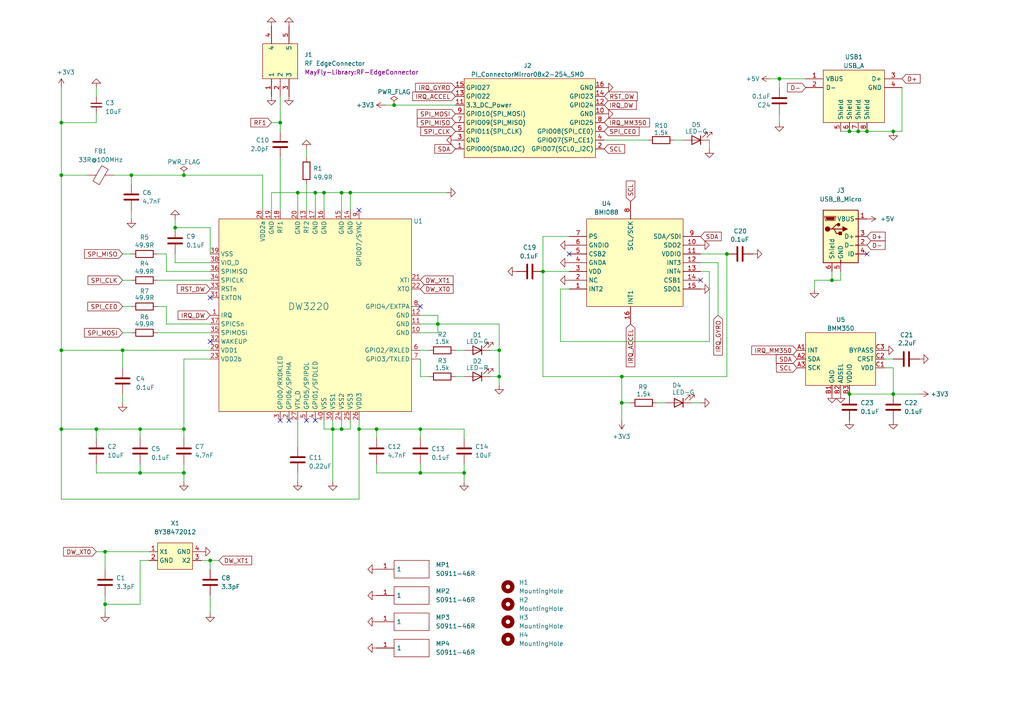
<source format=kicad_sch>
(kicad_sch (version 20230121) (generator eeschema)
  (paper "A4")
  (lib_symbols
    (symbol "Connector:USB_B_Micro" (pin_names (offset 1.016))
      (property "Reference" "J" (at -5.08 11.43 0))
      (property "Value" "USB_B_Micro" (at -5.08 8.89 0))
      (symbol "USB_B_Micro_1_1"
        (pin power_out line (at 7.62 5.08 180) (length 2.54) (name "VBUS") (number "1"))
        (pin bidirectional line (at 7.62 -2.54 180) (length 2.54) (name "D-") (number "2"))
        (pin bidirectional line (at 7.62 0 180) (length 2.54) (name "D+") (number "3"))
        (pin passive line (at 7.62 -5.08 180) (length 2.54) (name "ID") (number "4"))
        (pin power_out line (at 0 -10.16 90) (length 2.54) (name "GND") (number "5"))
        (pin passive line (at -2.54 -10.16 90) (length 2.54) (name "Shield") (number "6"))
      )
    )
    (symbol "Device:C" (pin_numbers hide) (pin_names (offset 0.254))
      (property "Reference" "C" (at 0.635 2.54 0))
      (property "Value" "C" (at 0.635 -2.54 0))
      (symbol "C_1_1"
        (pin passive line (at 0 3.81 270) (length 2.794) (name "~") (number "1"))
        (pin passive line (at 0 -3.81 90) (length 2.794) (name "~") (number "2"))
      )
    )
    (symbol "Device:C_Small" (pin_numbers hide) (pin_names (offset 0.254) hide)
      (property "Reference" "C" (at 0.254 1.778 0))
      (property "Value" "C_Small" (at 0.254 -2.032 0))
      (symbol "C_Small_1_1"
        (pin passive line (at 0 2.54 270) (length 2.032) (name "~") (number "1"))
        (pin passive line (at 0 -2.54 90) (length 2.032) (name "~") (number "2"))
      )
    )
    (symbol "Device:FerriteBead" (pin_numbers hide) (pin_names (offset 0))
      (property "Reference" "FB" (at -3.81 0.635 90))
      (property "Value" "FerriteBead" (at 3.81 0 90))
      (symbol "FerriteBead_1_1"
        (pin passive line (at 0 3.81 270) (length 2.54) (name "~") (number "1"))
        (pin passive line (at 0 -3.81 90) (length 2.54) (name "~") (number "2"))
      )
    )
    (symbol "Device:LED" (pin_numbers hide) (pin_names (offset 1.016) hide)
      (property "Reference" "D" (at 0 2.54 0))
      (property "Value" "LED" (at 0 -2.54 0))
      (symbol "LED_1_1"
        (pin passive line (at -3.81 0 0) (length 2.54) (name "K") (number "1"))
        (pin passive line (at 3.81 0 180) (length 2.54) (name "A") (number "2"))
      )
    )
    (symbol "Device:R" (pin_numbers hide) (pin_names (offset 0))
      (property "Reference" "R" (at 2.032 0 90))
      (property "Value" "R" (at 0 0 90))
      (symbol "R_1_1"
        (pin passive line (at 0 3.81 270) (length 1.27) (name "~") (number "1"))
        (pin passive line (at 0 -3.81 90) (length 1.27) (name "~") (number "2"))
      )
    )
    (symbol "MayFly-Library:629104190121" (pin_names (offset 0.762))
      (property "Reference" "J" (at -2.54 8.89 0))
      (property "Value" "629104190121" (at -7.62 6.35 0))
      (symbol "629104190121_0_0"
        (pin passive line (at -13.97 1.27 0) (length 5.08) (name "VBUS") (number "1"))
        (pin passive line (at -13.97 -1.27 0) (length 5.08) (name "D-") (number "2"))
        (pin passive line (at 13.97 1.27 180) (length 5.08) (name "D+") (number "3"))
        (pin passive line (at 13.97 -1.27 180) (length 5.08) (name "GND") (number "4"))
      )
      (symbol "629104190121_1_1"
        (pin passive line (at -3.81 -13.97 90) (length 2.54) (name "Shield") (number "5"))
        (pin passive line (at -1.27 -13.97 90) (length 2.54) (name "Shield") (number "6"))
        (pin passive line (at 1.27 -13.97 90) (length 2.54) (name "Shield") (number "7"))
        (pin passive line (at 3.81 -13.97 90) (length 2.54) (name "Shield") (number "8"))
      )
    )
    (symbol "MayFly-Library:8Y38472012"
      (property "Reference" "X" (at 0 7.62 0))
      (property "Value" "8Y38472012" (at 0 5.08 0))
      (symbol "8Y38472012_1_1"
        (pin input line (at -7.62 0 0) (length 2.54) (name "X1") (number "1"))
        (pin power_in line (at -7.62 -2.54 0) (length 2.54) (name "GND") (number "2"))
        (pin output line (at 7.62 -2.54 180) (length 2.54) (name "X2") (number "3"))
        (pin power_in line (at 7.62 0 180) (length 2.54) (name "GND") (number "4"))
      )
    )
    (symbol "MayFly-Library:BMI088"
      (property "Reference" "U" (at 0 10.16 0))
      (property "Value" "BMI088" (at 0 7.62 0))
      (symbol "BMI088_0_0"
        (pin passive line (at -7.62 -1.27 270) (length 5.08) (name "INT2") (number "1"))
        (pin passive line (at 5.08 -39.37 90) (length 5.08) (name "SDO2") (number "10"))
        (pin passive line (at 2.54 -39.37 90) (length 5.08) (name "VDDIO") (number "11"))
        (pin passive line (at 0 -39.37 90) (length 5.08) (name "INT3") (number "12"))
        (pin passive line (at -2.54 -39.37 90) (length 5.08) (name "INT4") (number "13"))
        (pin passive line (at -5.08 -39.37 90) (length 5.08) (name "CSB1") (number "14"))
        (pin passive line (at -7.62 -39.37 90) (length 5.08) (name "SDO1") (number "15"))
        (pin passive line (at -17.78 -19.05 0) (length 5.08) (name "INT1") (number "16"))
        (pin passive line (at -2.54 -1.27 270) (length 5.08) (name "VDD") (number "3"))
        (pin passive line (at 0 -1.27 270) (length 5.08) (name "GNDA") (number "4"))
        (pin passive line (at 2.54 -1.27 270) (length 5.08) (name "CSB2") (number "5"))
        (pin passive line (at 5.08 -1.27 270) (length 5.08) (name "GNDIO") (number "6"))
        (pin passive line (at 7.62 -1.27 270) (length 5.08) (name "PS") (number "7"))
        (pin passive line (at 17.78 -19.05 180) (length 5.08) (name "SCL/SCK") (number "8"))
        (pin passive line (at 7.62 -39.37 90) (length 5.08) (name "SDA/SDI") (number "9"))
      )
      (symbol "BMI088_1_0"
        (pin passive line (at -5.08 -1.27 270) (length 5.08) (name "NC") (number "2"))
      )
    )
    (symbol "MayFly-Library:BMM350"
      (property "Reference" "U" (at 0 10.16 0))
      (property "Value" "BMM350" (at 0 7.62 0))
      (symbol "BMM350_1_1"
        (pin output line (at -12.7 0 0) (length 2.54) (name "INT") (number "A1"))
        (pin bidirectional line (at -12.7 -2.54 0) (length 2.54) (name "SDA") (number "A2"))
        (pin bidirectional line (at -12.7 -5.08 0) (length 2.54) (name "SCK") (number "A3"))
        (pin passive line (at -2.54 -12.7 90) (length 2.54) (name "GND") (number "B1"))
        (pin input line (at 0 -12.7 90) (length 2.54) (name "ADSEL") (number "B2"))
        (pin power_in line (at 2.54 -12.7 90) (length 2.54) (name "VDDIO") (number "B3"))
        (pin power_in line (at 12.7 -5.08 180) (length 2.54) (name "VDD") (number "C1"))
        (pin passive line (at 12.7 -2.54 180) (length 2.54) (name "CRST") (number "C2"))
        (pin passive line (at 12.7 0 180) (length 2.54) (name "BYPASS") (number "C3"))
      )
    )
    (symbol "MayFly-Library:DW3220"
      (property "Reference" "U" (at 25.4 30.48 0))
      (property "Value" "DW3220" (at 0 0.635 0))
      (symbol "DW3220_1_1"
        (pin output line (at -30.48 -2.54 0) (length 2.54) (name "IRQ") (number "1"))
        (pin power_in line (at 30.48 -7.62 180) (length 2.54) (name "GND") (number "10"))
        (pin power_in line (at 30.48 -5.08 180) (length 2.54) (name "GND") (number "11"))
        (pin power_in line (at 30.48 -2.54 180) (length 2.54) (name "GND") (number "12"))
        (pin bidirectional line (at -2.54 27.94 270) (length 2.54) (name "RF2") (number "13"))
        (pin power_in line (at 10.16 27.94 270) (length 2.54) (name "GND") (number "14"))
        (pin power_in line (at 7.62 27.94 270) (length 2.54) (name "GND") (number "15"))
        (pin power_in line (at 2.54 27.94 270) (length 2.54) (name "GND") (number "16"))
        (pin power_in line (at 0 27.94 270) (length 2.54) (name "GND") (number "17"))
        (pin bidirectional line (at -10.16 27.94 270) (length 2.54) (name "RF1") (number "18"))
        (pin power_in line (at -12.7 27.94 270) (length 2.54) (name "GND") (number "19"))
        (pin input line (at -7.62 -33.02 90) (length 2.54) (name "GPIO6/SPIPHA") (number "2"))
        (pin power_in line (at -5.08 27.94 270) (length 2.54) (name "GND") (number "20"))
        (pin input line (at 30.48 7.62 180) (length 2.54) (name "XTI") (number "21"))
        (pin input line (at 30.48 5.08 180) (length 2.54) (name "XTO") (number "22"))
        (pin power_in line (at -30.48 -15.24 0) (length 2.54) (name "VDD2b") (number "23"))
        (pin power_in line (at 7.62 -33.02 90) (length 2.54) (name "VSS2") (number "24"))
        (pin power_in line (at 10.16 -33.02 90) (length 2.54) (name "VSS3") (number "25"))
        (pin power_in line (at 12.7 -33.02 90) (length 2.54) (name "VDD3") (number "26"))
        (pin bidirectional line (at -5.08 -33.02 90) (length 2.54) (name "VTX_D") (number "27"))
        (pin power_in line (at -15.24 27.94 270) (length 2.54) (name "VDD2a") (number "28"))
        (pin power_in line (at -30.48 -12.7 0) (length 2.54) (name "VDD1") (number "29"))
        (pin input line (at -10.16 -33.02 90) (length 2.54) (name "GPIO0/RXOKLED") (number "3"))
        (pin power_in line (at 5.08 -33.02 90) (length 2.54) (name "VSS1") (number "30"))
        (pin output line (at -30.48 2.54 0) (length 2.54) (name "EXTON") (number "31"))
        (pin input line (at -30.48 -10.16 0) (length 2.54) (name "WAKEUP") (number "32"))
        (pin output line (at -30.48 5.08 0) (length 2.54) (name "RSTn") (number "33"))
        (pin input line (at -30.48 7.62 0) (length 2.54) (name "SPICLK") (number "34"))
        (pin input line (at -30.48 -7.62 0) (length 2.54) (name "SPIMOSI") (number "35"))
        (pin input line (at -30.48 10.16 0) (length 2.54) (name "SPIMISO") (number "36"))
        (pin input line (at -30.48 -5.08 0) (length 2.54) (name "SPICSn") (number "37"))
        (pin bidirectional line (at -30.48 12.7 0) (length 2.54) (name "VIO_D") (number "38"))
        (pin power_in line (at -30.48 15.24 0) (length 2.54) (name "VSS") (number "39"))
        (pin input line (at 0 -33.02 90) (length 2.54) (name "GPIO1/SFDLED") (number "4"))
        (pin power_in line (at 2.54 -33.02 90) (length 2.54) (name "VSS") (number "40"))
        (pin input line (at -2.54 -33.02 90) (length 2.54) (name "GPIO5/SPIPOL") (number "5"))
        (pin input line (at 30.48 -12.7 180) (length 2.54) (name "GPIO2/RXLED") (number "6"))
        (pin input line (at 30.48 -15.24 180) (length 2.54) (name "GPIO3/TXLED") (number "7"))
        (pin input line (at 30.48 0 180) (length 2.54) (name "GPIO4/EXTPA") (number "8"))
        (pin input line (at 12.7 27.94 270) (length 2.54) (name "GPIO07/SYNC") (number "9"))
      )
    )
    (symbol "MayFly-Library:PI_ConnectorMirror08x2-254_SMD"
      (property "Reference" "J" (at 0 3.81 0))
      (property "Value" "PI_ConnectorMirror08x2-254_SMD" (at 0 1.27 0))
      (symbol "PI_ConnectorMirror08x2-254_SMD_1_1"
        (pin bidirectional line (at -20.32 -20.32 0) (length 2.54) (name "GPIO00(SDA0,I2C)") (number "1"))
        (pin power_in line (at 22.86 -10.16 180) (length 2.54) (name "GND") (number "10"))
        (pin power_in line (at -20.32 -7.62 0) (length 2.54) (name "3.3_DC_Power") (number "11"))
        (pin bidirectional line (at 22.86 -7.62 180) (length 2.54) (name "GPIO24") (number "12"))
        (pin bidirectional line (at -20.32 -5.08 0) (length 2.54) (name "GPIO22") (number "13"))
        (pin bidirectional line (at 22.86 -5.08 180) (length 2.54) (name "GPIO23") (number "14"))
        (pin bidirectional line (at -20.32 -2.54 0) (length 2.54) (name "GPIO27") (number "15"))
        (pin power_in line (at 22.86 -2.54 180) (length 2.54) (name "GND") (number "16"))
        (pin input line (at 22.86 -20.32 180) (length 2.54) (name "GPIO07(SCL0,_I2C)") (number "2"))
        (pin power_in line (at -20.32 -17.78 0) (length 2.54) (name "GND") (number "3"))
        (pin input line (at 22.86 -17.78 180) (length 2.54) (name "GPIO07(SPI_CE1)") (number "4"))
        (pin bidirectional line (at -20.32 -15.24 0) (length 2.54) (name "GPIO11(SPI_CLK)") (number "5"))
        (pin input line (at 22.86 -15.24 180) (length 2.54) (name "GPIO08(SPI_CE0)") (number "6"))
        (pin bidirectional line (at -20.32 -12.7 0) (length 2.54) (name "GPIO09(SPI_MISO)") (number "7"))
        (pin bidirectional line (at 22.86 -12.7 180) (length 2.54) (name "GPIO25") (number "8"))
        (pin bidirectional line (at -20.32 -10.16 0) (length 2.54) (name "GPIO10(SPI_MOSI)") (number "9"))
      )
    )
    (symbol "MayFly-Library:RF-EdgeConnector"
      (property "Reference" "J" (at 0 10.16 0))
      (property "Value" "RF EdgeConnector" (at 0 7.62 0))
      (property "Footprint" "MayFly-Library:RF-EdgeConnector" (at 1.27 -7.62 0))
      (symbol "RF-EdgeConnector_0_0"
        (pin passive line (at -10.16 2.54 0) (length 5.08) (name "1") (number "1"))
        (pin passive line (at -10.16 0 0) (length 5.08) (name "2") (number "2"))
        (pin passive line (at -10.16 -2.54 0) (length 5.08) (name "3") (number "3"))
      )
      (symbol "RF-EdgeConnector_1_0"
        (pin passive line (at 10.16 2.54 180) (length 5.08) (name "4") (number "4"))
        (pin passive line (at 10.16 -2.54 180) (length 5.08) (name "5") (number "5"))
      )
    )
    (symbol "Mechanical:MountingHole" (pin_names (offset 1.016))
      (property "Reference" "H" (at 0 5.08 0))
      (property "Value" "MountingHole" (at 0 3.175 0))
    )
    (symbol "SamacSys_Parts:S0911-46R" (pin_names (offset 0.762))
      (property "Reference" "MP" (at 16.51 7.62 0))
      (property "Value" "S0911-46R" (at 16.51 5.08 0))
      (symbol "S0911-46R_0_0"
        (pin passive line (at 0 0 0) (length 5.08) (name "1") (number "1"))
      )
    )
    (symbol "power:+3V3" (power) (pin_names (offset 0))
      (property "Value" "+3V3" (at 0 3.556 0))
      (symbol "+3V3_1_1"
        (pin power_in line (at 0 0 90) (length 0) hide (name "+3V3") (number "1"))
      )
    )
    (symbol "power:+5V" (power) (pin_names (offset 0))
      (property "Value" "+5V" (at 0 3.556 0))
      (symbol "+5V_1_1"
        (pin power_in line (at 0 0 90) (length 0) hide (name "+5V") (number "1"))
      )
    )
    (symbol "power:GND" (power) (pin_names (offset 0))
      (property "Value" "GND" (at 0 -3.81 0))
      (symbol "GND_1_1"
        (pin power_in line (at 0 0 270) (length 0) hide (name "GND") (number "1"))
      )
    )
    (symbol "power:PWR_FLAG" (power) (pin_numbers hide) (pin_names (offset 0) hide)
      (property "Value" "PWR_FLAG" (at 0 3.81 0))
      (symbol "PWR_FLAG_0_0"
        (pin power_out line (at 0 0 90) (length 0) (name "pwr") (number "1"))
      )
    )
  )
  (junction (at 91.44 55.88))
  (junction (at 246.38 114.3))
  (junction (at 114.3 30.48))
  (junction (at 53.34 50.8))
  (junction (at 248.92 38.1))
  (junction (at 157.48 78.74))
  (junction (at 226.06 22.86))
  (junction (at 17.78 50.8))
  (junction (at 259.08 38.1))
  (junction (at 180.34 109.22))
  (junction (at 40.64 124.46))
  (junction (at 53.34 137.16))
  (junction (at 144.78 101.6))
  (junction (at 101.6 55.88))
  (junction (at 17.78 35.56))
  (junction (at 30.48 175.26))
  (junction (at 180.34 116.84))
  (junction (at 241.3 81.28))
  (junction (at 17.78 101.6))
  (junction (at 38.1 50.8))
  (junction (at 60.96 162.56))
  (junction (at 53.34 124.46))
  (junction (at 109.22 124.46))
  (junction (at 17.78 124.46))
  (junction (at 50.8 66.04))
  (junction (at 127 93.98))
  (junction (at 121.92 124.46))
  (junction (at 30.48 160.02))
  (junction (at 259.08 114.3))
  (junction (at 210.82 73.66))
  (junction (at 104.14 124.46))
  (junction (at 121.92 137.16))
  (junction (at 96.52 124.46))
  (junction (at 134.62 137.16))
  (junction (at 144.78 109.22))
  (junction (at 251.46 38.1))
  (junction (at 246.38 38.1))
  (junction (at 81.28 35.56))
  (junction (at 93.98 55.88))
  (junction (at 40.64 137.16))
  (junction (at 27.94 124.46))
  (junction (at 99.06 124.46))
  (junction (at 99.06 55.88))
  (junction (at 35.56 101.6))
  (junction (at 86.36 55.88))
  (no_connect (at 203.2 81.28))
  (no_connect (at 88.9 121.92))
  (no_connect (at 165.1 73.66))
  (no_connect (at 251.46 73.66))
  (no_connect (at 91.44 121.92))
  (no_connect (at 121.92 88.9))
  (no_connect (at 60.96 99.06))
  (no_connect (at 83.82 121.92))
  (no_connect (at 104.14 60.96))
  (no_connect (at 60.96 86.36))
  (no_connect (at 81.28 121.92))
  (wire (pts (xy 259.08 38.1) (xy 261.62 38.1)))
  (wire (pts (xy 60.96 76.2) (xy 50.8 76.2)))
  (wire (pts (xy 180.34 109.22) (xy 210.82 109.22)))
  (wire (pts (xy 256.54 106.68) (xy 259.08 106.68)))
  (wire (pts (xy 134.62 134.62) (xy 134.62 137.16)))
  (wire (pts (xy 53.34 124.46) (xy 53.34 127)))
  (wire (pts (xy 33.02 50.8) (xy 38.1 50.8)))
  (wire (pts (xy 93.98 124.46) (xy 96.52 124.46)))
  (wire (pts (xy 180.34 116.84) (xy 180.34 121.92)))
  (wire (pts (xy 180.34 109.22) (xy 180.34 116.84)))
  (wire (pts (xy 30.48 165.1) (xy 30.48 160.02)))
  (wire (pts (xy 60.96 73.66) (xy 60.96 66.04)))
  (wire (pts (xy 205.74 78.74) (xy 205.74 99.06)))
  (wire (pts (xy 50.8 73.66) (xy 50.8 76.2)))
  (wire (pts (xy 27.94 33.02) (xy 27.94 35.56)))
  (wire (pts (xy 162.56 99.06) (xy 162.56 83.82)))
  (wire (pts (xy 17.78 35.56) (xy 27.94 35.56)))
  (wire (pts (xy 162.56 83.82) (xy 165.1 83.82)))
  (wire (pts (xy 96.52 121.92) (xy 96.52 124.46)))
  (wire (pts (xy 157.48 68.58) (xy 165.1 68.58)))
  (wire (pts (xy 195.58 40.64) (xy 198.12 40.64)))
  (wire (pts (xy 203.2 76.2) (xy 208.28 76.2)))
  (wire (pts (xy 30.48 160.02) (xy 27.94 160.02)))
  (wire (pts (xy 38.1 50.8) (xy 53.34 50.8)))
  (wire (pts (xy 104.14 124.46) (xy 104.14 144.78)))
  (wire (pts (xy 91.44 55.88) (xy 91.44 60.96)))
  (wire (pts (xy 243.84 78.74) (xy 243.84 81.28)))
  (wire (pts (xy 86.36 55.88) (xy 91.44 55.88)))
  (wire (pts (xy 101.6 55.88) (xy 129.54 55.88)))
  (wire (pts (xy 27.94 124.46) (xy 27.94 127)))
  (wire (pts (xy 99.06 55.88) (xy 99.06 60.96)))
  (wire (pts (xy 93.98 55.88) (xy 93.98 60.96)))
  (wire (pts (xy 60.96 81.28) (xy 45.72 81.28)))
  (wire (pts (xy 205.74 99.06) (xy 162.56 99.06)))
  (wire (pts (xy 76.2 60.96) (xy 76.2 50.8)))
  (wire (pts (xy 96.52 124.46) (xy 96.52 139.7)))
  (wire (pts (xy 248.92 38.1) (xy 251.46 38.1)))
  (wire (pts (xy 259.08 114.3) (xy 266.7 114.3)))
  (wire (pts (xy 17.78 124.46) (xy 27.94 124.46)))
  (wire (pts (xy 256.54 104.14) (xy 259.08 104.14)))
  (wire (pts (xy 175.26 40.64) (xy 187.96 40.64)))
  (wire (pts (xy 157.48 78.74) (xy 165.1 78.74)))
  (wire (pts (xy 114.3 30.48) (xy 132.08 30.48)))
  (wire (pts (xy 101.6 55.88) (xy 101.6 60.96)))
  (wire (pts (xy 236.22 81.28) (xy 236.22 83.82)))
  (wire (pts (xy 58.42 162.56) (xy 60.96 162.56)))
  (wire (pts (xy 157.48 109.22) (xy 180.34 109.22)))
  (wire (pts (xy 127 91.44) (xy 127 93.98)))
  (wire (pts (xy 121.92 137.16) (xy 134.62 137.16)))
  (wire (pts (xy 99.06 55.88) (xy 101.6 55.88)))
  (wire (pts (xy 121.92 104.14) (xy 121.92 109.22)))
  (wire (pts (xy 60.96 172.72) (xy 60.96 177.8)))
  (wire (pts (xy 81.28 35.56) (xy 81.28 38.1)))
  (wire (pts (xy 27.94 134.62) (xy 27.94 137.16)))
  (wire (pts (xy 121.92 96.52) (xy 127 96.52)))
  (wire (pts (xy 35.56 114.3) (xy 35.56 116.84)))
  (wire (pts (xy 226.06 33.02) (xy 226.06 35.56)))
  (wire (pts (xy 134.62 124.46) (xy 134.62 127)))
  (wire (pts (xy 45.72 88.9) (xy 48.26 88.9)))
  (wire (pts (xy 246.38 114.3) (xy 259.08 114.3)))
  (wire (pts (xy 40.64 124.46) (xy 53.34 124.46)))
  (wire (pts (xy 180.34 116.84) (xy 182.88 116.84)))
  (wire (pts (xy 53.34 139.7) (xy 53.34 137.16)))
  (wire (pts (xy 78.74 55.88) (xy 86.36 55.88)))
  (wire (pts (xy 53.34 104.14) (xy 53.34 124.46)))
  (wire (pts (xy 226.06 22.86) (xy 233.68 22.86)))
  (wire (pts (xy 121.92 109.22) (xy 124.46 109.22)))
  (wire (pts (xy 53.34 104.14) (xy 60.96 104.14)))
  (wire (pts (xy 93.98 55.88) (xy 99.06 55.88)))
  (wire (pts (xy 30.48 160.02) (xy 43.18 160.02)))
  (wire (pts (xy 27.94 137.16) (xy 40.64 137.16)))
  (wire (pts (xy 101.6 124.46) (xy 101.6 121.92)))
  (wire (pts (xy 40.64 137.16) (xy 53.34 137.16)))
  (wire (pts (xy 99.06 124.46) (xy 101.6 124.46)))
  (wire (pts (xy 86.36 137.16) (xy 86.36 139.7)))
  (wire (pts (xy 48.26 93.98) (xy 48.26 88.9)))
  (wire (pts (xy 38.1 60.96) (xy 38.1 63.5)))
  (wire (pts (xy 99.06 121.92) (xy 99.06 124.46)))
  (wire (pts (xy 142.24 101.6) (xy 144.78 101.6)))
  (wire (pts (xy 203.2 73.66) (xy 210.82 73.66)))
  (wire (pts (xy 17.78 50.8) (xy 25.4 50.8)))
  (wire (pts (xy 111.76 30.48) (xy 114.3 30.48)))
  (wire (pts (xy 27.94 124.46) (xy 40.64 124.46)))
  (wire (pts (xy 93.98 121.92) (xy 93.98 124.46)))
  (wire (pts (xy 142.24 109.22) (xy 144.78 109.22)))
  (wire (pts (xy 17.78 50.8) (xy 17.78 101.6)))
  (wire (pts (xy 210.82 73.66) (xy 210.82 109.22)))
  (wire (pts (xy 121.92 124.46) (xy 121.92 127)))
  (wire (pts (xy 144.78 109.22) (xy 144.78 111.76)))
  (wire (pts (xy 35.56 73.66) (xy 38.1 73.66)))
  (wire (pts (xy 81.28 27.94) (xy 81.28 35.56)))
  (wire (pts (xy 121.92 124.46) (xy 134.62 124.46)))
  (wire (pts (xy 109.22 124.46) (xy 109.22 127)))
  (wire (pts (xy 88.9 43.18) (xy 88.9 45.72)))
  (wire (pts (xy 60.96 162.56) (xy 60.96 165.1)))
  (wire (pts (xy 109.22 134.62) (xy 109.22 137.16)))
  (wire (pts (xy 203.2 78.74) (xy 205.74 78.74)))
  (wire (pts (xy 109.22 137.16) (xy 121.92 137.16)))
  (wire (pts (xy 81.28 45.72) (xy 81.28 60.96)))
  (wire (pts (xy 60.96 93.98) (xy 48.26 93.98)))
  (wire (pts (xy 40.64 134.62) (xy 40.64 137.16)))
  (wire (pts (xy 261.62 25.4) (xy 261.62 38.1)))
  (wire (pts (xy 45.72 73.66) (xy 48.26 73.66)))
  (wire (pts (xy 104.14 124.46) (xy 109.22 124.46)))
  (wire (pts (xy 127 93.98) (xy 127 96.52)))
  (wire (pts (xy 200.66 116.84) (xy 203.2 116.84)))
  (wire (pts (xy 50.8 63.5) (xy 50.8 66.04)))
  (wire (pts (xy 121.92 101.6) (xy 124.46 101.6)))
  (wire (pts (xy 45.72 96.52) (xy 60.96 96.52)))
  (wire (pts (xy 86.36 55.88) (xy 86.36 60.96)))
  (wire (pts (xy 30.48 175.26) (xy 40.64 175.26)))
  (wire (pts (xy 109.22 124.46) (xy 121.92 124.46)))
  (wire (pts (xy 40.64 124.46) (xy 40.64 127)))
  (wire (pts (xy 35.56 101.6) (xy 60.96 101.6)))
  (wire (pts (xy 40.64 175.26) (xy 40.64 162.56)))
  (wire (pts (xy 35.56 81.28) (xy 38.1 81.28)))
  (wire (pts (xy 17.78 101.6) (xy 17.78 124.46)))
  (wire (pts (xy 30.48 175.26) (xy 30.48 177.8)))
  (wire (pts (xy 78.74 35.56) (xy 81.28 35.56)))
  (wire (pts (xy 86.36 121.92) (xy 86.36 129.54)))
  (wire (pts (xy 30.48 172.72) (xy 30.48 175.26)))
  (wire (pts (xy 121.92 134.62) (xy 121.92 137.16)))
  (wire (pts (xy 48.26 78.74) (xy 60.96 78.74)))
  (wire (pts (xy 157.48 68.58) (xy 157.48 78.74)))
  (wire (pts (xy 132.08 109.22) (xy 134.62 109.22)))
  (wire (pts (xy 17.78 25.4) (xy 17.78 35.56)))
  (wire (pts (xy 91.44 55.88) (xy 93.98 55.88)))
  (wire (pts (xy 241.3 81.28) (xy 236.22 81.28)))
  (wire (pts (xy 243.84 81.28) (xy 241.3 81.28)))
  (wire (pts (xy 78.74 60.96) (xy 78.74 55.88)))
  (wire (pts (xy 144.78 109.22) (xy 144.78 101.6)))
  (wire (pts (xy 157.48 78.74) (xy 157.48 109.22)))
  (wire (pts (xy 48.26 78.74) (xy 48.26 73.66)))
  (wire (pts (xy 96.52 124.46) (xy 99.06 124.46)))
  (wire (pts (xy 121.92 91.44) (xy 127 91.44)))
  (wire (pts (xy 259.08 106.68) (xy 259.08 114.3)))
  (wire (pts (xy 208.28 91.44) (xy 208.28 76.2)))
  (wire (pts (xy 243.84 38.1) (xy 246.38 38.1)))
  (wire (pts (xy 17.78 35.56) (xy 17.78 50.8)))
  (wire (pts (xy 134.62 137.16) (xy 134.62 139.7)))
  (wire (pts (xy 35.56 88.9) (xy 38.1 88.9)))
  (wire (pts (xy 40.64 162.56) (xy 43.18 162.56)))
  (wire (pts (xy 35.56 101.6) (xy 35.56 106.68)))
  (wire (pts (xy 205.74 40.64) (xy 205.74 43.18)))
  (wire (pts (xy 226.06 22.86) (xy 226.06 25.4)))
  (wire (pts (xy 38.1 50.8) (xy 38.1 53.34)))
  (wire (pts (xy 17.78 101.6) (xy 35.56 101.6)))
  (wire (pts (xy 190.5 116.84) (xy 193.04 116.84)))
  (wire (pts (xy 60.96 66.04) (xy 50.8 66.04)))
  (wire (pts (xy 144.78 101.6) (xy 144.78 93.98)))
  (wire (pts (xy 88.9 53.34) (xy 88.9 60.96)))
  (wire (pts (xy 127 93.98) (xy 144.78 93.98)))
  (wire (pts (xy 121.92 93.98) (xy 127 93.98)))
  (wire (pts (xy 104.14 121.92) (xy 104.14 124.46)))
  (wire (pts (xy 246.38 38.1) (xy 248.92 38.1)))
  (wire (pts (xy 60.96 162.56) (xy 63.5 162.56)))
  (wire (pts (xy 251.46 38.1) (xy 259.08 38.1)))
  (wire (pts (xy 104.14 144.78) (xy 17.78 144.78)))
  (wire (pts (xy 53.34 50.8) (xy 76.2 50.8)))
  (wire (pts (xy 53.34 137.16) (xy 53.34 134.62)))
  (wire (pts (xy 27.94 25.4) (xy 27.94 27.94)))
  (wire (pts (xy 35.56 96.52) (xy 38.1 96.52)))
  (wire (pts (xy 223.52 22.86) (xy 226.06 22.86)))
  (wire (pts (xy 132.08 101.6) (xy 134.62 101.6)))
  (wire (pts (xy 17.78 144.78) (xy 17.78 124.46)))
  (wire (pts (xy 241.3 78.74) (xy 241.3 81.28)))
  (global_label "RST_DW" (shape input) (at 60.96 83.82 180) (property "Intersheetrefs" "${INTERSHEET_REFS}" (effects hide)))
  (global_label "D+" (shape input) (at 261.62 22.86 0) (property "Intersheetrefs" "${INTERSHEET_REFS}" (effects hide)))
  (global_label "DW_XT0" (shape input) (at 27.94 160.02 180) (property "Intersheetrefs" "${INTERSHEET_REFS}" (effects hide)))
  (global_label "SPI_MISO" (shape input) (at 132.08 35.56 180) (property "Intersheetrefs" "${INTERSHEET_REFS}" (effects hide)))
  (global_label "SCL" (shape input) (at 231.14 106.68 180) (property "Intersheetrefs" "${INTERSHEET_REFS}" (effects hide)))
  (global_label "SCL" (shape input) (at 175.26 43.18 0) (property "Intersheetrefs" "${INTERSHEET_REFS}" (effects hide)))
  (global_label "SPI_CE0" (shape input) (at 175.26 38.1 0) (property "Intersheetrefs" "${INTERSHEET_REFS}" (effects hide)))
  (global_label "SPI_MOSI" (shape input) (at 132.08 33.02 180) (property "Intersheetrefs" "${INTERSHEET_REFS}" (effects hide)))
  (global_label "DW_XT1" (shape input) (at 63.5 162.56 0) (property "Intersheetrefs" "${INTERSHEET_REFS}" (effects hide)))
  (global_label "IRQ_MM350" (shape input) (at 175.26 35.56 0) (property "Intersheetrefs" "${INTERSHEET_REFS}" (effects hide)))
  (global_label "D+" (shape input) (at 251.46 68.58 0) (property "Intersheetrefs" "${INTERSHEET_REFS}" (effects hide)))
  (global_label "IRQ_MM350" (shape input) (at 231.14 101.6 180) (property "Intersheetrefs" "${INTERSHEET_REFS}" (effects hide)))
  (global_label "RST_DW" (shape input) (at 175.26 27.94 0) (property "Intersheetrefs" "${INTERSHEET_REFS}" (effects hide)))
  (global_label "IRQ_GYRO" (shape input) (at 132.08 25.4 180) (property "Intersheetrefs" "${INTERSHEET_REFS}" (effects hide)))
  (global_label "IRQ_ACCEL" (shape input) (at 182.88 93.98 270) (property "Intersheetrefs" "${INTERSHEET_REFS}" (effects hide)))
  (global_label "SDA" (shape input) (at 203.2 68.58 0) (property "Intersheetrefs" "${INTERSHEET_REFS}" (effects hide)))
  (global_label "SDA" (shape input) (at 231.14 104.14 180) (property "Intersheetrefs" "${INTERSHEET_REFS}" (effects hide)))
  (global_label "D-" (shape input) (at 251.46 71.12 0) (property "Intersheetrefs" "${INTERSHEET_REFS}" (effects hide)))
  (global_label "SPI_CE0" (shape input) (at 35.56 88.9 180) (property "Intersheetrefs" "${INTERSHEET_REFS}" (effects hide)))
  (global_label "IRQ_DW" (shape input) (at 175.26 30.48 0) (property "Intersheetrefs" "${INTERSHEET_REFS}" (effects hide)))
  (global_label "D-" (shape input) (at 233.68 25.4 180) (property "Intersheetrefs" "${INTERSHEET_REFS}" (effects hide)))
  (global_label "IRQ_DW" (shape input) (at 60.96 91.44 180) (property "Intersheetrefs" "${INTERSHEET_REFS}" (effects hide)))
  (global_label "SPI_MISO" (shape input) (at 35.56 73.66 180) (property "Intersheetrefs" "${INTERSHEET_REFS}" (effects hide)))
  (global_label "SPI_CLK" (shape input) (at 35.56 81.28 180) (property "Intersheetrefs" "${INTERSHEET_REFS}" (effects hide)))
  (global_label "SDA" (shape input) (at 132.08 43.18 180) (property "Intersheetrefs" "${INTERSHEET_REFS}" (effects hide)))
  (global_label "DW_XT0" (shape input) (at 121.92 83.82 0) (property "Intersheetrefs" "${INTERSHEET_REFS}" (effects hide)))
  (global_label "IRQ_GYRO" (shape input) (at 208.28 91.44 270) (property "Intersheetrefs" "${INTERSHEET_REFS}" (effects hide)))
  (global_label "IRQ_ACCEL" (shape input) (at 132.08 27.94 180) (property "Intersheetrefs" "${INTERSHEET_REFS}" (effects hide)))
  (global_label "SPI_MOSI" (shape input) (at 35.56 96.52 180) (property "Intersheetrefs" "${INTERSHEET_REFS}" (effects hide)))
  (global_label "RF1" (shape input) (at 78.74 35.56 180) (property "Intersheetrefs" "${INTERSHEET_REFS}" (effects hide)))
  (global_label "SCL" (shape input) (at 182.88 58.42 90) (property "Intersheetrefs" "${INTERSHEET_REFS}" (effects hide)))
  (global_label "SPI_CLK" (shape input) (at 132.08 38.1 180) (property "Intersheetrefs" "${INTERSHEET_REFS}" (effects hide)))
  (global_label "DW_XT1" (shape input) (at 121.92 81.28 0) (property "Intersheetrefs" "${INTERSHEET_REFS}" (effects hide)))
  (symbol (lib_id "Device:C_Small") (at 27.94 30.48 0) (unit 1)
    (property "Reference" "C3" (at 30.48 29.8513 0) (effects (justify left)))
    (property "Value" "10uF" (at 30.48 32.3913 0) (effects (justify left)))
    (property "Footprint" "Capacitor_SMD:C_0603_1608Metric" (effects hide))
    (property "Mouser" "81-GRM188R60J106ME47" (effects hide))
    (property "LCSC" "C77041" (effects hide))
  )
  (symbol (lib_id "power:PWR_FLAG") (at 53.34 50.8 0) (unit 1)
    (property "Reference" "#FLG01" (effects hide))
    (property "Value" "PWR_FLAG" (at 53.34 46.99 0))
  )
  (symbol (lib_id "power:PWR_FLAG") (at 114.3 30.48 0) (unit 1)
    (property "Reference" "#FLG03" (effects hide))
    (property "Value" "PWR_FLAG" (at 114.3 26.67 0))
  )
  (symbol (lib_id "power:GND") (at 96.52 139.7 0) (unit 1)
    (property "Reference" "#PWR017" (effects hide))
    (property "Value" "GND" (effects hide))
  )
  (symbol (lib_id "MayFly-Library:RF-EdgeConnector") (at 81.28 17.78 90) (unit 1)
    (property "Reference" "J1" (at 88.265 15.875 90) (effects (justify right)))
    (property "Value" "RF EdgeConnector" (at 88.265 18.415 90) (effects (justify right)))
    (property "Footprint" "MayFly-Library:RF-EdgeConnector" (at 88.265 20.955 90) (effects (justify right)))
  )
  (symbol (lib_id "power:GND") (at 226.06 35.56 0) (unit 1)
    (property "Reference" "#PWR057" (effects hide))
    (property "Value" "GND" (effects hide))
  )
  (symbol (lib_id "power:+5V") (at 223.52 22.86 90) (unit 1)
    (property "Reference" "#PWR058" (effects hide))
    (property "Value" "+5V" (at 220.345 22.86 90) (effects (justify left)))
  )
  (symbol (lib_id "power:+3V3") (at 17.78 25.4 0) (unit 1)
    (property "Reference" "#PWR06" (effects hide))
    (property "Value" "+3V3" (at 19.05 20.955 0))
  )
  (symbol (lib_id "Device:R") (at 128.27 101.6 90) (unit 1)
    (property "Reference" "R2" (at 128.27 97.028 90))
    (property "Value" "1.5k" (at 128.27 99.06 90))
    (property "Footprint" "Resistor_SMD:R_0402_1005Metric" (effects hide))
    (property "Datasheet" "https://www.mouser.dk/datasheet/2/315/AOA0000C304-1149620.pdf" (effects hide))
    (property "Mouser" "667-ERJ-2RKF1501X" (effects hide))
    (property "LCSC" "C413084" (effects hide))
  )
  (symbol (lib_id "Device:C") (at 81.28 41.91 0) (mirror y) (unit 1)
    (property "Reference" "C10" (at 78.105 40.6399 0) (effects (justify left)))
    (property "Value" "2.0pF" (at 78.105 43.1799 0) (effects (justify left)))
    (property "Footprint" "Capacitor_SMD:C_0402_1005Metric" (effects hide))
    (property "Datasheet" "https://www.mouser.dk/datasheet/2/281/1/GRM0335C2A2R0CA01_01A-1981250.pdf" (effects hide))
    (property "Mouser" "81-GJM1555C1H2R0WB1D" (effects hide))
    (property "LCSC" "C88885" (effects hide))
  )
  (symbol (lib_id "Device:R") (at 41.91 81.28 270) (unit 1)
    (property "Reference" "R4" (at 41.91 76.454 90))
    (property "Value" "49.9R" (at 41.91 78.74 90))
    (property "Footprint" "Resistor_SMD:R_0402_1005Metric" (effects hide))
    (property "Mouser" "667-ERJ-2RKF49R9X" (effects hide))
    (property "LCSC" "C441726" (effects hide))
  )
  (symbol (lib_id "Device:R") (at 191.77 40.64 90) (unit 1)
    (property "Reference" "R10" (at 191.77 36.449 90))
    (property "Value" "1.5k" (at 191.77 38.481 90))
    (property "Footprint" "Resistor_SMD:R_0402_1005Metric" (effects hide))
    (property "Datasheet" "https://www.mouser.dk/datasheet/2/315/AOA0000C304-1149620.pdf" (effects hide))
    (property "Mouser" "667-ERJ-2RKF1501X" (effects hide))
    (property "LCSC" "C413084" (effects hide))
  )
  (symbol (lib_id "Mechanical:MountingHole") (at 147.32 170.18 0) (unit 1)
    (property "Reference" "H1" (at 150.495 168.9099 0) (effects (justify left)))
    (property "Value" "MountingHole" (at 150.495 171.4499 0) (effects (justify left)))
    (property "Footprint" "MayFly-Library:MountingHole_2.5mm" (effects hide))
  )
  (symbol (lib_id "power:GND") (at 109.22 180.34 270) (unit 1)
    (property "Reference" "#PWR024" (effects hide))
    (property "Value" "GND" (effects hide))
  )
  (symbol (lib_id "MayFly-Library:BMM350") (at 243.84 101.6 0) (unit 1)
    (property "Reference" "U5" (at 243.84 92.71 0))
    (property "Value" "BMM350" (at 243.84 95.25 0))
    (property "Footprint" "MayFly-Library:BMM350" (effects hide))
    (property "Datasheet" "https://www.mouser.dk/datasheet/2/783/bst_bmm350_ds001-3179745.pdf" (effects hide))
    (property "LCSC" "C7496950" (effects hide))
    (property "Mouser" "262-BMM350" (effects hide))
  )
  (symbol (lib_id "Device:C") (at 214.63 73.66 90) (unit 1)
    (property "Reference" "C20" (at 216.662 67.056 90) (effects (justify left)))
    (property "Value" "0.1uF" (at 217.297 69.469 90) (effects (justify left)))
    (property "Footprint" "Capacitor_SMD:C_0402_1005Metric" (effects hide))
    (property "Mouser" "810-C1005X7R1H104KBE" (effects hide))
    (property "LCSC" "C432917" (effects hide))
  )
  (symbol (lib_id "MayFly-Library:PI_ConnectorMirror08x2-254_SMD") (at 152.4 22.86 0) (unit 1)
    (property "Reference" "J2" (at 153.035 19.05 0))
    (property "Value" "PI_ConnectorMirror08x2-254_SMD" (at 153.035 21.59 0))
    (property "Footprint" "MayFly-Library:PI_Connector08x2-254_SMD" (effects hide))
    (property "LCSC" "C5160823" (effects hide))
  )
  (symbol (lib_id "Device:LED") (at 196.85 116.84 180) (unit 1)
    (property "Reference" "D4" (at 194.945 111.76 0) (effects (justify right)))
    (property "Value" "LED-G" (at 194.945 113.792 0) (effects (justify right)))
    (property "Footprint" "LED_SMD:LED_0603_1608Metric" (effects hide))
    (property "LCSC" "C264453" (effects hide))
  )
  (symbol (lib_id "power:+3V3") (at 266.7 114.3 270) (unit 1)
    (property "Reference" "#PWR042" (effects hide))
    (property "Value" "+3V3" (at 269.875 114.3 90) (effects (justify left)))
  )
  (symbol (lib_id "power:GND") (at 86.36 139.7 0) (unit 1)
    (property "Reference" "#PWR015" (effects hide))
    (property "Value" "GND" (effects hide))
  )
  (symbol (lib_id "MayFly-Library:BMI088") (at 163.83 76.2 90) (unit 1)
    (property "Reference" "U4" (at 175.895 59.055 90))
    (property "Value" "BMI088" (at 175.895 61.595 90))
    (property "Footprint" "SamacSys_Parts:BMI088" (effects hide))
    (property "Datasheet" "https://www.mouser.dk/datasheet/2/783/BST_BMI088_DS001-1509549.pdf" (effects hide))
    (property "Mouser" ":262-BMI088" (effects hide))
    (property "LCSC" "C194919" (effects hide))
  )
  (symbol (lib_id "Device:C") (at 40.64 130.81 0) (unit 1)
    (property "Reference" "C5" (at 43.815 130.175 0) (effects (justify left)))
    (property "Value" "0.1uF" (at 43.815 132.715 0) (effects (justify left)))
    (property "Footprint" "Capacitor_SMD:C_0402_1005Metric" (effects hide))
    (property "Mouser" "810-C1005X7R1H104KBE" (effects hide))
    (property "LCSC" "C432917" (effects hide))
  )
  (symbol (lib_id "power:GND") (at 259.08 38.1 0) (unit 1)
    (property "Reference" "#PWR059" (effects hide))
    (property "Value" "GND" (effects hide))
  )
  (symbol (lib_id "power:GND") (at 165.1 71.12 270) (unit 1)
    (property "Reference" "#PWR040" (effects hide))
    (property "Value" "GND" (effects hide))
  )
  (symbol (lib_id "power:GND") (at 259.08 121.92 0) (unit 1)
    (property "Reference" "#PWR054" (effects hide))
    (property "Value" "GND" (effects hide))
  )
  (symbol (lib_id "power:GND") (at 78.74 7.62 180) (unit 1)
    (property "Reference" "#PWR027" (effects hide))
    (property "Value" "GND" (effects hide))
  )
  (symbol (lib_id "Device:C") (at 262.89 104.14 90) (unit 1)
    (property "Reference" "C21" (at 264.922 97.155 90) (effects (justify left)))
    (property "Value" "2.2uF" (at 265.8745 99.5045 90) (effects (justify left)))
    (property "Footprint" "Capacitor_SMD:C_0805_2012Metric" (effects hide))
    (property "Datasheet" "https://www.mouser.dk/datasheet/2/281/1/GRM155C70J225KE11_01A-1983530.pdf" (effects hide))
    (property "Mouser" "81-GCM21BR71A225KA7L" (effects hide))
    (property "LCSC" "C126587" (effects hide))
  )
  (symbol (lib_id "power:GND") (at 149.86 78.74 270) (unit 1)
    (property "Reference" "#PWR037" (effects hide))
    (property "Value" "GND" (effects hide))
  )
  (symbol (lib_id "power:GND") (at 134.62 139.7 0) (unit 1)
    (property "Reference" "#PWR018" (effects hide))
    (property "Value" "GND" (effects hide))
  )
  (symbol (lib_id "power:GND") (at 30.48 177.8 0) (unit 1)
    (property "Reference" "#PWR05" (effects hide))
    (property "Value" "GND" (effects hide))
  )
  (symbol (lib_id "Device:R") (at 88.9 49.53 0) (unit 1)
    (property "Reference" "R1" (at 90.805 48.895 0) (effects (justify left)))
    (property "Value" "49.9R" (at 90.805 51.435 0) (effects (justify left)))
    (property "Footprint" "Resistor_SMD:R_0402_1005Metric" (effects hide))
    (property "Datasheet" "https://www.mouser.dk/datasheet/2/315/AOA0000C304-1149620.pdf" (effects hide))
    (property "Mouser" "667-ERJ-2RKF49R9X" (effects hide))
    (property "LCSC" "C441726" (effects hide))
  )
  (symbol (lib_id "Device:LED") (at 201.93 40.64 180) (unit 1)
    (property "Reference" "D5" (at 201.93 36.195 0))
    (property "Value" "LED-G" (at 201.93 38.1 0))
    (property "Footprint" "LED_SMD:LED_0603_1608Metric" (effects hide))
    (property "LCSC" "C264453" (effects hide))
  )
  (symbol (lib_id "Device:R") (at 128.27 109.22 90) (unit 1)
    (property "Reference" "R3" (at 128.27 104.648 90))
    (property "Value" "1.5k" (at 128.27 106.68 90))
    (property "Footprint" "Resistor_SMD:R_0402_1005Metric" (effects hide))
    (property "Datasheet" "https://www.mouser.dk/datasheet/2/315/AOA0000C304-1149620.pdf" (effects hide))
    (property "Mouser" "667-ERJ-2RKF1501X" (effects hide))
    (property "LCSC" "C413084" (effects hide))
  )
  (symbol (lib_id "Device:LED") (at 138.43 109.22 180) (unit 1)
    (property "Reference" "D2" (at 138.43 104.775 0))
    (property "Value" "LED-R" (at 138.43 106.68 0))
    (property "Footprint" "LED_SMD:LED_0603_1608Metric" (effects hide))
    (property "LCSC" "C181863" (effects hide))
  )
  (symbol (lib_id "Device:R") (at 41.91 73.66 270) (unit 1)
    (property "Reference" "R5" (at 41.91 68.834 90))
    (property "Value" "49.9R" (at 41.91 71.12 90))
    (property "Footprint" "Resistor_SMD:R_0402_1005Metric" (effects hide))
    (property "Mouser" "667-ERJ-2RKF49R9X" (effects hide))
    (property "LCSC" "C441726" (effects hide))
  )
  (symbol (lib_id "power:GND") (at 236.22 83.82 0) (unit 1)
    (property "Reference" "#PWR031" (effects hide))
    (property "Value" "GND" (effects hide))
  )
  (symbol (lib_id "Connector:USB_B_Micro") (at 243.84 68.58 0) (unit 1)
    (property "Reference" "J3" (at 243.84 55.245 0))
    (property "Value" "USB_B_Micro" (at 243.84 57.785 0))
    (property "Footprint" "MayFly-Library:USB_Micro-AB_Molex_47590-0001" (effects hide))
    (property "LCSC" "C136001" (effects hide))
  )
  (symbol (lib_id "power:GND") (at 27.94 25.4 180) (unit 1)
    (property "Reference" "#PWR0103" (effects hide))
    (property "Value" "GND" (effects hide))
  )
  (symbol (lib_id "Device:R") (at 41.91 88.9 270) (unit 1)
    (property "Reference" "R7" (at 41.91 84.455 90))
    (property "Value" "49.9R" (at 41.91 86.36 90))
    (property "Footprint" "Resistor_SMD:R_0402_1005Metric" (effects hide))
    (property "Mouser" "667-ERJ-2RKF49R9X" (effects hide))
    (property "LCSC" "C441726" (effects hide))
  )
  (symbol (lib_id "power:GND") (at 78.74 27.94 0) (unit 1)
    (property "Reference" "#PWR08" (effects hide))
    (property "Value" "GND" (effects hide))
  )
  (symbol (lib_id "power:GND") (at 83.82 27.94 0) (unit 1)
    (property "Reference" "#PWR021" (effects hide))
    (property "Value" "GND" (effects hide))
  )
  (symbol (lib_id "power:GND") (at 88.9 43.18 180) (unit 1)
    (property "Reference" "#PWR016" (effects hide))
    (property "Value" "GND" (effects hide))
  )
  (symbol (lib_id "Device:C") (at 38.1 57.15 0) (unit 1)
    (property "Reference" "C6" (at 41.275 55.8799 0) (effects (justify left)))
    (property "Value" "4.7nF" (at 41.275 58.4199 0) (effects (justify left)))
    (property "Footprint" "Capacitor_SMD:C_0402_1005Metric" (effects hide))
    (property "Datasheet" "https://www.mouser.dk/datasheet/2/281/1/GCM155R71H472KA37_01A-3142145.pdf" (effects hide))
    (property "Mouser" "81-GCM155R71H472K37D" (effects hide))
    (property "LCSC" "C85860" (effects hide))
  )
  (symbol (lib_id "power:GND") (at 175.26 25.4 90) (unit 1)
    (property "Reference" "#PWR02" (effects hide))
    (property "Value" "GND" (effects hide))
  )
  (symbol (lib_id "power:GND") (at 60.96 177.8 0) (unit 1)
    (property "Reference" "#PWR013" (effects hide))
    (property "Value" "GND" (effects hide))
  )
  (symbol (lib_id "power:GND") (at 53.34 139.7 0) (unit 1)
    (property "Reference" "#PWR011" (effects hide))
    (property "Value" "GND" (effects hide))
  )
  (symbol (lib_id "Device:C") (at 50.8 69.85 0) (unit 1)
    (property "Reference" "C9" (at 53.975 68.5799 0) (effects (justify left)))
    (property "Value" "0.1uF" (at 53.975 71.1199 0) (effects (justify left)))
    (property "Footprint" "Capacitor_SMD:C_0402_1005Metric" (effects hide))
    (property "Mouser" "810-C1005X7R1H104KBE" (effects hide))
    (property "LCSC" "C432917" (effects hide))
  )
  (symbol (lib_id "MayFly-Library:629104190121") (at 247.65 24.13 0) (unit 1)
    (property "Reference" "USB1" (at 247.65 16.51 0))
    (property "Value" "USB_A" (at 247.65 19.05 0))
    (property "Footprint" "SamacSys_Parts:629104190121" (effects hide))
    (property "Datasheet" "http://katalog.we-online.de/em/datasheet/629104190121.pdf" (effects hide))
    (property "Description" "WURTH ELEKTRONIK - 629104190121 - CONN, USB 2 TYPE A, RCPT, 4POS, SMT" (effects hide))
    (property "Mouser Part Number" "710-629104190121" (effects hide))
    (property "Mouser Price/Stock" "https://www.mouser.co.uk/ProductDetail/Wurth-Elektronik/629104190121?qs=lBTPRtX1sU8FkkdswgHZbg%3D%3D" (effects hide))
    (property "Manufacturer_Name" "Wurth Elektronik" (effects hide))
    (property "Manufacturer_Part_Number" "629104190121" (effects hide))
    (property "Mouser" "710-629104190121" (effects hide))
    (property "LCSC" "C530629" (effects hide))
  )
  (symbol (lib_id "power:GND") (at 144.78 111.76 0) (unit 1)
    (property "Reference" "#PWR020" (effects hide))
    (property "Value" "GND" (effects hide))
  )
  (symbol (lib_id "Device:C") (at 53.34 130.81 0) (unit 1)
    (property "Reference" "C7" (at 56.515 129.5399 0) (effects (justify left)))
    (property "Value" "4.7nF" (at 56.515 132.0799 0) (effects (justify left)))
    (property "Footprint" "Capacitor_SMD:C_0402_1005Metric" (effects hide))
    (property "Datasheet" "https://www.mouser.dk/datasheet/2/281/1/GCM155R71H472KA37_01A-3142145.pdf" (effects hide))
    (property "Mouser" "81-GCM155R71H472K37D" (effects hide))
    (property "LCSC" "C85860" (effects hide))
  )
  (symbol (lib_id "power:GND") (at 175.26 33.02 90) (unit 1)
    (property "Reference" "#PWR03" (effects hide))
    (property "Value" "GND" (effects hide))
  )
  (symbol (lib_id "power:GND") (at 129.54 55.88 90) (unit 1)
    (property "Reference" "#PWR019" (effects hide))
    (property "Value" "GND" (effects hide))
  )
  (symbol (lib_id "Device:C") (at 27.94 130.81 0) (unit 1)
    (property "Reference" "C2" (at 31.115 129.5399 0) (effects (justify left)))
    (property "Value" "10uF" (at 31.115 132.0799 0) (effects (justify left)))
    (property "Footprint" "Capacitor_SMD:C_0402_1005Metric" (effects hide))
    (property "Mouser" "81-GRM155R61A106ME1D" (effects hide))
    (property "LCSC" "C408132" (effects hide))
  )
  (symbol (lib_id "Device:R") (at 186.69 116.84 90) (unit 1)
    (property "Reference" "R9" (at 186.436 112.268 90))
    (property "Value" "1.5k" (at 186.69 114.3 90))
    (property "Footprint" "Resistor_SMD:R_0402_1005Metric" (effects hide))
    (property "Datasheet" "https://www.mouser.dk/datasheet/2/315/AOA0000C304-1149620.pdf" (effects hide))
    (property "Mouser" "667-ERJ-2RKF1501X" (effects hide))
    (property "LCSC" "C413084" (effects hide))
  )
  (symbol (lib_id "SamacSys_Parts:S0911-46R") (at 109.22 180.34 0) (unit 1)
    (property "Reference" "MP3" (at 126.365 179.0699 0) (effects (justify left)))
    (property "Value" "S0911-46R" (at 126.365 181.6099 0) (effects (justify left)))
    (property "Footprint" "SamacSys_Parts:S091146R" (effects hide))
    (property "Datasheet" "https://cdn.harwin.com/pdfs/S0911R.pdf" (effects hide))
    (property "Description" "Shield Clip, SMT, Compact, Beryllium Copper, tin, Tape & Reeled" (effects hide))
    (property "Height" "2.2" (effects hide))
    (property "Mouser Part Number" "855-S0911-46R" (effects hide))
    (property "Mouser Price/Stock" "https://www.mouser.co.uk/ProductDetail/Harwin/S0911-46R?qs=y6ZabgHbY%252BzGXFX2pF%2FxTw%3D%3D" (effects hide))
    (property "Manufacturer_Name" "Harwin" (effects hide))
    (property "Manufacturer_Part_Number" "S0911-46R" (effects hide))
  )
  (symbol (lib_id "power:GND") (at 58.42 160.02 90) (unit 1)
    (property "Reference" "#PWR012" (effects hide))
    (property "Value" "GND" (effects hide))
  )
  (symbol (lib_id "power:GND") (at 243.84 114.3 0) (unit 1)
    (property "Reference" "#PWR056" (effects hide))
    (property "Value" "GND" (effects hide))
  )
  (symbol (lib_id "Device:C") (at 259.08 118.11 0) (unit 1)
    (property "Reference" "C22" (at 262.255 116.8399 0) (effects (justify left)))
    (property "Value" "0.1uF" (at 262.255 119.3799 0) (effects (justify left)))
    (property "Footprint" "Capacitor_SMD:C_0402_1005Metric" (effects hide))
    (property "Mouser" "810-C1005X7R1H104KBE" (effects hide))
    (property "LCSC" "C432917" (effects hide))
  )
  (symbol (lib_id "power:GND") (at 203.2 71.12 90) (unit 1)
    (property "Reference" "#PWR041" (effects hide))
    (property "Value" "GND" (effects hide))
  )
  (symbol (lib_id "power:GND") (at 109.22 172.72 270) (unit 1)
    (property "Reference" "#PWR023" (effects hide))
    (property "Value" "GND" (effects hide))
  )
  (symbol (lib_id "MayFly-Library:DW3220") (at 91.44 88.9 0) (unit 1)
    (property "Reference" "U1" (at 121.285 64.135 0))
    (property "Value" "DW3220" (at 89.535 88.9 0) (effects (font (size 2 2))))
    (property "Footprint" "MayFly-Library:QFN-40_5x5_Pitch0.4mm" (effects hide))
    (property "Datasheet" "https://www.mouser.dk/datasheet/2/412/Qorvo_DW3000-2934245.pdf" (effects hide))
    (property "Mouser" "772-DW3220TR13" (effects hide))
    (property "LCSC" "C5441013" (effects hide))
  )
  (symbol (lib_id "power:GND") (at 109.22 187.96 270) (unit 1)
    (property "Reference" "#PWR025" (effects hide))
    (property "Value" "GND" (effects hide))
  )
  (symbol (lib_id "power:+3V3") (at 180.34 121.92 180) (unit 1)
    (property "Reference" "#PWR032" (effects hide))
    (property "Value" "+3V3" (at 182.88 126.619 0) (effects (justify left)))
  )
  (symbol (lib_id "Device:C") (at 134.62 130.81 0) (unit 1)
    (property "Reference" "C14" (at 137.795 129.5399 0) (effects (justify left)))
    (property "Value" "10uF" (at 137.795 132.0799 0) (effects (justify left)))
    (property "Footprint" "Capacitor_SMD:C_0402_1005Metric" (effects hide))
    (property "Mouser" "81-GRM155R61A106ME1D" (effects hide))
    (property "LCSC" "C408132" (effects hide))
  )
  (symbol (lib_id "Device:FerriteBead") (at 29.21 50.8 90) (unit 1)
    (property "Reference" "FB1" (at 29.1592 43.815 90))
    (property "Value" "33R@100MHz" (at 29.1592 46.355 90))
    (property "Footprint" "Inductor_SMD:L_0402_1005Metric" (effects hide))
    (property "Datasheet" "https://www.mouser.dk/datasheet/2/281/ENFA0020-1915666.pdf" (effects hide))
    (property "Mouser" "81-BLM15PX330SZ1D" (effects hide))
    (property "LCSC" "C2661673" (effects hide))
  )
  (symbol (lib_id "power:GND") (at 50.8 63.5 180) (unit 1)
    (property "Reference" "#PWR014" (effects hide))
    (property "Value" "GND" (effects hide))
  )
  (symbol (lib_id "power:GND") (at 241.3 114.3 0) (unit 1)
    (property "Reference" "#PWR029" (effects hide))
    (property "Value" "GND" (effects hide))
  )
  (symbol (lib_id "Device:R") (at 41.91 96.52 270) (unit 1)
    (property "Reference" "R6" (at 41.91 91.948 90))
    (property "Value" "49.9R" (at 41.91 93.98 90))
    (property "Footprint" "Resistor_SMD:R_0402_1005Metric" (effects hide))
    (property "Mouser" "667-ERJ-2RKF49R9X" (effects hide))
    (property "LCSC" "C441726" (effects hide))
  )
  (symbol (lib_id "power:GND") (at 203.2 116.84 90) (unit 1)
    (property "Reference" "#PWR033" (effects hide))
    (property "Value" "GND" (effects hide))
  )
  (symbol (lib_id "power:GND") (at 165.1 76.2 270) (unit 1)
    (property "Reference" "#PWR038" (effects hide))
    (property "Value" "GND" (effects hide))
  )
  (symbol (lib_id "SamacSys_Parts:S0911-46R") (at 109.22 172.72 0) (unit 1)
    (property "Reference" "MP2" (at 126.365 171.4499 0) (effects (justify left)))
    (property "Value" "S0911-46R" (at 126.365 173.9899 0) (effects (justify left)))
    (property "Footprint" "SamacSys_Parts:S091146R" (effects hide))
    (property "Datasheet" "https://cdn.harwin.com/pdfs/S0911R.pdf" (effects hide))
    (property "Description" "Shield Clip, SMT, Compact, Beryllium Copper, tin, Tape & Reeled" (effects hide))
    (property "Height" "2.2" (effects hide))
    (property "Mouser Part Number" "855-S0911-46R" (effects hide))
    (property "Mouser Price/Stock" "https://www.mouser.co.uk/ProductDetail/Harwin/S0911-46R?qs=y6ZabgHbY%252BzGXFX2pF%2FxTw%3D%3D" (effects hide))
    (property "Manufacturer_Name" "Harwin" (effects hide))
    (property "Manufacturer_Part_Number" "S0911-46R" (effects hide))
  )
  (symbol (lib_id "SamacSys_Parts:S0911-46R") (at 109.22 165.1 0) (unit 1)
    (property "Reference" "MP1" (at 126.365 163.8299 0) (effects (justify left)))
    (property "Value" "S0911-46R" (at 126.365 166.3699 0) (effects (justify left)))
    (property "Footprint" "SamacSys_Parts:S091146R" (effects hide))
    (property "Datasheet" "https://cdn.harwin.com/pdfs/S0911R.pdf" (effects hide))
    (property "Description" "Shield Clip, SMT, Compact, Beryllium Copper, tin, Tape & Reeled" (effects hide))
    (property "Height" "2.2" (effects hide))
    (property "Mouser Part Number" "855-S0911-46R" (effects hide))
    (property "Mouser Price/Stock" "https://www.mouser.co.uk/ProductDetail/Harwin/S0911-46R?qs=y6ZabgHbY%252BzGXFX2pF%2FxTw%3D%3D" (effects hide))
    (property "Manufacturer_Name" "Harwin" (effects hide))
    (property "Manufacturer_Part_Number" "S0911-46R" (effects hide))
  )
  (symbol (lib_id "Device:C") (at 35.56 110.49 0) (unit 1)
    (property "Reference" "C4" (at 39.37 109.855 0) (effects (justify left)))
    (property "Value" "0.1uF" (at 39.37 112.395 0) (effects (justify left)))
    (property "Footprint" "Capacitor_SMD:C_0402_1005Metric" (effects hide))
    (property "Mouser" "810-C1005X7R1H104KBE" (effects hide))
    (property "LCSC" "C432917" (effects hide))
  )
  (symbol (lib_id "Device:LED") (at 138.43 101.6 180) (unit 1)
    (property "Reference" "D1" (at 138.43 97.155 0))
    (property "Value" "LED-G" (at 138.43 99.06 0))
    (property "Footprint" "LED_SMD:LED_0603_1608Metric" (effects hide))
    (property "LCSC" "C264453" (effects hide))
  )
  (symbol (lib_id "Mechanical:MountingHole") (at 147.32 185.42 0) (unit 1)
    (property "Reference" "H4" (at 150.495 184.1499 0) (effects (justify left)))
    (property "Value" "MountingHole" (at 150.495 186.6899 0) (effects (justify left)))
    (property "Footprint" "MayFly-Library:MountingHole_2.5mm" (effects hide))
  )
  (symbol (lib_id "power:GND") (at 256.54 101.6 90) (unit 1)
    (property "Reference" "#PWR04" (effects hide))
    (property "Value" "GND" (effects hide))
  )
  (symbol (lib_id "MayFly-Library:8Y38472012") (at 50.8 160.02 0) (unit 1)
    (property "Reference" "X1" (at 50.8 151.765 0))
    (property "Value" "8Y38472012" (at 50.8 154.305 0))
    (property "Footprint" "MayFly-Library:8Y38472012" (effects hide))
    (property "LCSC" "C2450882" (effects hide))
    (property "DigiKey" "887-8Y38472012TR-ND" (effects hide))
  )
  (symbol (lib_id "power:GND") (at 38.1 63.5 0) (unit 1)
    (property "Reference" "#PWR010" (effects hide))
    (property "Value" "GND" (effects hide))
  )
  (symbol (lib_id "Device:C") (at 246.38 118.11 0) (unit 1)
    (property "Reference" "C23" (at 249.555 116.8399 0) (effects (justify left)))
    (property "Value" "0.1uF" (at 249.555 119.3799 0) (effects (justify left)))
    (property "Footprint" "Capacitor_SMD:C_0402_1005Metric" (effects hide))
    (property "Mouser" "810-C1005X7R1H104KBE" (effects hide))
    (property "LCSC" "C432917" (effects hide))
  )
  (symbol (lib_id "Device:C") (at 86.36 133.35 0) (unit 1)
    (property "Reference" "C11" (at 89.535 132.715 0) (effects (justify left)))
    (property "Value" "0.22uF" (at 89.535 135.255 0) (effects (justify left)))
    (property "Footprint" "Capacitor_SMD:C_0402_1005Metric" (effects hide))
    (property "Datasheet" "https://www.mouser.dk/datasheet/2/281/1/GRM155R71A224KE01_01A-1984199.pdf" (effects hide))
    (property "Mouser" "81-GRM155R71A224KE1D" (effects hide))
    (property "LCSC" "C180472" (effects hide))
  )
  (symbol (lib_id "power:GND") (at 246.38 121.92 0) (unit 1)
    (property "Reference" "#PWR055" (effects hide))
    (property "Value" "GND" (effects hide))
  )
  (symbol (lib_id "Mechanical:MountingHole") (at 147.32 180.34 0) (unit 1)
    (property "Reference" "H3" (at 150.495 179.0699 0) (effects (justify left)))
    (property "Value" "MountingHole" (at 150.495 181.6099 0) (effects (justify left)))
    (property "Footprint" "MayFly-Library:MountingHole_2.5mm" (effects hide))
  )
  (symbol (lib_id "power:GND") (at 83.82 7.62 180) (unit 1)
    (property "Reference" "#PWR026" (effects hide))
    (property "Value" "GND" (effects hide))
  )
  (symbol (lib_id "power:GND") (at 35.56 116.84 0) (unit 1)
    (property "Reference" "#PWR09" (effects hide))
    (property "Value" "GND" (effects hide))
  )
  (symbol (lib_id "power:GND") (at 218.44 73.66 90) (unit 1)
    (property "Reference" "#PWR039" (effects hide))
    (property "Value" "GND" (effects hide))
  )
  (symbol (lib_id "Mechanical:MountingHole") (at 147.32 175.26 0) (unit 1)
    (property "Reference" "H2" (at 150.495 173.9899 0) (effects (justify left)))
    (property "Value" "MountingHole" (at 150.495 176.5299 0) (effects (justify left)))
    (property "Footprint" "MayFly-Library:MountingHole_2.5mm" (effects hide))
  )
  (symbol (lib_id "power:GND") (at 109.22 165.1 270) (unit 1)
    (property "Reference" "#PWR022" (effects hide))
    (property "Value" "GND" (effects hide))
  )
  (symbol (lib_id "power:GND") (at 203.2 83.82 90) (unit 1)
    (property "Reference" "#PWR035" (effects hide))
    (property "Value" "GND" (effects hide))
  )
  (symbol (lib_id "Device:C") (at 30.48 168.91 0) (unit 1)
    (property "Reference" "C1" (at 33.655 167.6399 0) (effects (justify left)))
    (property "Value" "3.3pF" (at 33.655 170.1799 0) (effects (justify left)))
    (property "Footprint" "Capacitor_SMD:C_0402_1005Metric" (effects hide))
    (property "Datasheet" "https://www.mouser.dk/datasheet/2/281/1/GJM1555C1H3R3WB01_01A-3149993.pdf" (effects hide))
    (property "Mouser" "81-GJM1555C1H3R3WB1D" (effects hide))
    (property "LCSC" "C88892" (effects hide))
  )
  (symbol (lib_id "Device:C") (at 109.22 130.81 0) (unit 1)
    (property "Reference" "C12" (at 112.395 129.5399 0) (effects (justify left)))
    (property "Value" "4.7nF" (at 112.395 132.0799 0) (effects (justify left)))
    (property "Footprint" "Capacitor_SMD:C_0402_1005Metric" (effects hide))
    (property "Datasheet" "https://www.mouser.dk/datasheet/2/281/1/GCM155R71H472KA37_01A-3142145.pdf" (effects hide))
    (property "Mouser" "81-GCM155R71H472K37D" (effects hide))
    (property "LCSC" "C85860" (effects hide))
  )
  (symbol (lib_id "power:GND") (at 266.7 104.14 90) (unit 1)
    (property "Reference" "#PWR030" (effects hide))
    (property "Value" "GND" (effects hide))
  )
  (symbol (lib_id "power:GND") (at 165.1 81.28 270) (unit 1)
    (property "Reference" "#PWR036" (effects hide))
    (property "Value" "GND" (effects hide))
  )
  (symbol (lib_id "power:+3V3") (at 111.76 30.48 90) (unit 1)
    (property "Reference" "#PWR07" (effects hide))
    (property "Value" "+3V3" (at 108.585 30.48 90) (effects (justify left)))
  )
  (symbol (lib_id "Device:C") (at 121.92 130.81 0) (unit 1)
    (property "Reference" "C13" (at 125.095 130.175 0) (effects (justify left)))
    (property "Value" "0.1uF" (at 125.095 132.715 0) (effects (justify left)))
    (property "Footprint" "Capacitor_SMD:C_0402_1005Metric" (effects hide))
    (property "Mouser" "810-C1005X7R1H104KBE" (effects hide))
    (property "LCSC" "C432917" (effects hide))
  )
  (symbol (lib_id "Device:C") (at 60.96 168.91 0) (unit 1)
    (property "Reference" "C8" (at 64.135 167.6399 0) (effects (justify left)))
    (property "Value" "3.3pF" (at 64.135 170.1799 0) (effects (justify left)))
    (property "Footprint" "Capacitor_SMD:C_0402_1005Metric" (effects hide))
    (property "Datasheet" "https://www.mouser.dk/datasheet/2/281/1/GJM1555C1H3R3WB01_01A-3149993.pdf" (effects hide))
    (property "Mouser" "81-GJM1555C1H3R3WB1D" (effects hide))
    (property "LCSC" "C88892" (effects hide))
  )
  (symbol (lib_id "power:GND") (at 132.08 40.64 270) (unit 1)
    (property "Reference" "#PWR01" (effects hide))
    (property "Value" "GND" (effects hide))
  )
  (symbol (lib_id "Device:C") (at 153.67 78.74 90) (unit 1)
    (property "Reference" "C19" (at 155.575 71.755 90) (effects (justify left)))
    (property "Value" "0.1uF" (at 156.21 74.295 90) (effects (justify left)))
    (property "Footprint" "Capacitor_SMD:C_0402_1005Metric" (effects hide))
    (property "Mouser" "810-C1005X7R1H104KBE" (effects hide))
    (property "LCSC" "C432917" (effects hide))
  )
  (symbol (lib_id "Device:C") (at 226.06 29.21 180) (unit 1)
    (property "Reference" "C24" (at 223.52 30.48 0) (effects (justify left)))
    (property "Value" "0.1uF" (at 223.52 27.94 0) (effects (justify left)))
    (property "Footprint" "Capacitor_SMD:C_0402_1005Metric" (effects hide))
    (property "Mouser" "810-C1005X7R1H104KBE" (effects hide))
    (property "LCSC" "C432917" (effects hide))
  )
  (symbol (lib_id "power:+5V") (at 251.46 63.5 270) (unit 1)
    (property "Reference" "#PWR034" (effects hide))
    (property "Value" "+5V" (at 255.27 63.4999 90) (effects (justify left)))
  )
  (symbol (lib_id "SamacSys_Parts:S0911-46R") (at 109.22 187.96 0) (unit 1)
    (property "Reference" "MP4" (at 126.365 186.6899 0) (effects (justify left)))
    (property "Value" "S0911-46R" (at 126.365 189.2299 0) (effects (justify left)))
    (property "Footprint" "SamacSys_Parts:S091146R" (effects hide))
    (property "Datasheet" "https://cdn.harwin.com/pdfs/S0911R.pdf" (effects hide))
    (property "Description" "Shield Clip, SMT, Compact, Beryllium Copper, tin, Tape & Reeled" (effects hide))
    (property "Height" "2.2" (effects hide))
    (property "Mouser Part Number" "855-S0911-46R" (effects hide))
    (property "Mouser Price/Stock" "https://www.mouser.co.uk/ProductDetail/Harwin/S0911-46R?qs=y6ZabgHbY%252BzGXFX2pF%2FxTw%3D%3D" (effects hide))
    (property "Manufacturer_Name" "Harwin" (effects hide))
    (property "Manufacturer_Part_Number" "S0911-46R" (effects hide))
  )
  (symbol (lib_id "power:GND") (at 205.74 43.18 0) (unit 1)
    (property "Reference" "#PWR028" (effects hide))
    (property "Value" "GND" (effects hide))
  )
)
</source>
